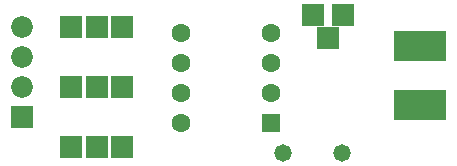
<source format=gbs>
G04 ---------------------------- Layer name :BOTTOM SOLDER LAYER*
G04 easyEDA 0.1*
G04 Scale: 100 percent, Rotated: No, Reflected: No *
G04 Dimensions in inches *
G04 leading zeros omitted , absolute positions ,2 integer and 4 * 
%FSLAX24Y24*%
%MOIN*%
G90*
G70D02*

%ADD11C,0.058000*%
%ADD13R,0.063000X0.063000*%
%ADD14C,0.063000*%
%ADD16R,0.074000X0.074000*%
%ADD17R,0.072300X0.072300*%
%ADD18C,0.072300*%
%ADD20R,0.176700X0.101700*%

%LPD*%
%LNVIA PAD TRACK COPPERAREA*%
G54D11*
G01X11580Y8700D03*
G01X9619Y8700D03*
G54D13*
G01X9200Y9700D03*
G54D14*
G01X9200Y10700D03*
G01X9200Y11700D03*
G01X9200Y12700D03*
G01X6200Y12700D03*
G01X6200Y11700D03*
G01X6200Y10700D03*
G01X6200Y9700D03*
G54D16*
G01X4250Y10900D03*
G01X3400Y10900D03*
G01X2550Y10900D03*
G01X4250Y8900D03*
G01X3400Y8900D03*
G01X2550Y8900D03*
G01X4250Y12900D03*
G01X3400Y12900D03*
G01X2550Y12900D03*
G54D17*
G01X900Y9900D03*
G54D18*
G01X900Y10900D03*
G01X900Y11900D03*
G01X900Y12900D03*
G54D20*
G01X14180Y12280D03*
G01X14180Y10319D03*
G54D16*
G01X11600Y13300D03*
G01X11100Y12550D03*
G01X10600Y13300D03*

M00*
M02*
</source>
